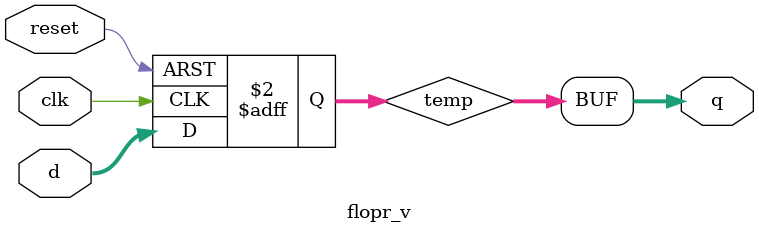
<source format=v>
`timescale 1ns / 1ps
module flopr_v(clk, reset, d, q);
parameter WIDTH = 8;

input wire clk;
input wire reset;
input wire [WIDTH-1:0] d;
output wire [WIDTH-1:0] q;

reg [WIDTH-1:0] temp;

always@(posedge clk, posedge reset) begin
	if(reset) temp <= 0;
	else temp <= d;
end

assign q = temp;

endmodule

</source>
